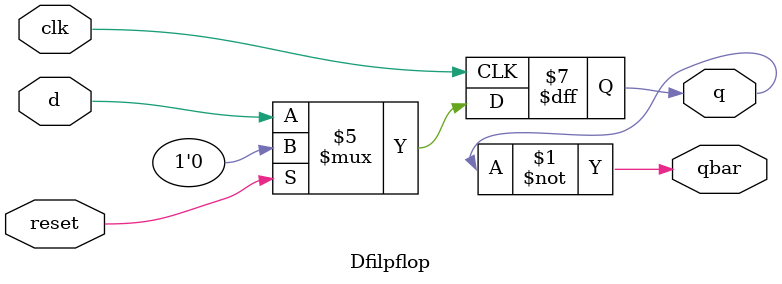
<source format=v>
module Dfilpflop(d,reset,clk,q,qbar);
input d,reset,clk;
output q;
output qbar;
reg q;
wire qbar;
assign qbar=~q;
always @(posedge clk)
begin
if (reset==1) q=0;
else q=d;
end
endmodule
</source>
